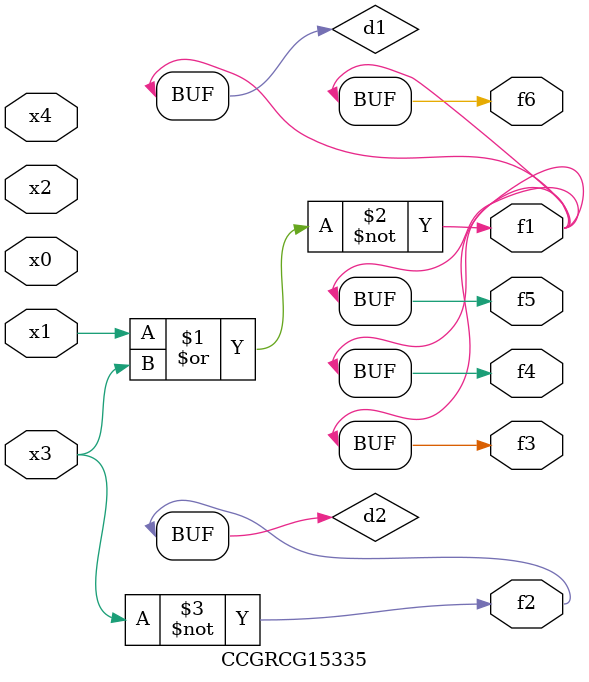
<source format=v>
module CCGRCG15335(
	input x0, x1, x2, x3, x4,
	output f1, f2, f3, f4, f5, f6
);

	wire d1, d2;

	nor (d1, x1, x3);
	not (d2, x3);
	assign f1 = d1;
	assign f2 = d2;
	assign f3 = d1;
	assign f4 = d1;
	assign f5 = d1;
	assign f6 = d1;
endmodule

</source>
